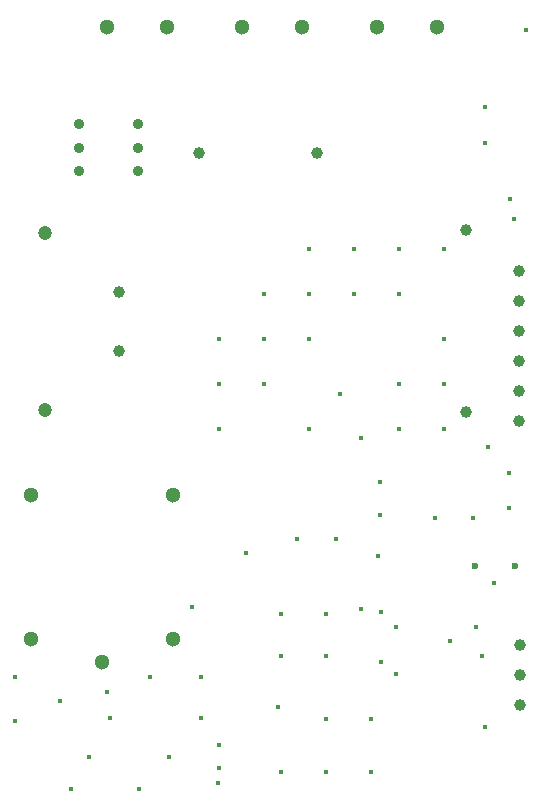
<source format=gbr>
%TF.GenerationSoftware,KiCad,Pcbnew,7.0.8*%
%TF.CreationDate,2025-03-27T12:51:54-03:00*%
%TF.ProjectId,on_off_module_x1,6f6e5f6f-6666-45f6-9d6f-64756c655f78,2.0*%
%TF.SameCoordinates,Original*%
%TF.FileFunction,Plated,1,2,PTH,Drill*%
%TF.FilePolarity,Positive*%
%FSLAX46Y46*%
G04 Gerber Fmt 4.6, Leading zero omitted, Abs format (unit mm)*
G04 Created by KiCad (PCBNEW 7.0.8) date 2025-03-27 12:51:54*
%MOMM*%
%LPD*%
G01*
G04 APERTURE LIST*
%TA.AperFunction,ViaDrill*%
%ADD10C,0.400000*%
%TD*%
%TA.AperFunction,ComponentDrill*%
%ADD11C,0.600000*%
%TD*%
%TA.AperFunction,ComponentDrill*%
%ADD12C,0.900000*%
%TD*%
%TA.AperFunction,ComponentDrill*%
%ADD13C,1.000000*%
%TD*%
%TA.AperFunction,ComponentDrill*%
%ADD14C,1.200000*%
%TD*%
%TA.AperFunction,ComponentDrill*%
%ADD15C,1.300000*%
%TD*%
G04 APERTURE END LIST*
D10*
X126783000Y-127785001D03*
X126783000Y-131535001D03*
X130533000Y-129785001D03*
X131533000Y-137285001D03*
X133033000Y-134535001D03*
X134533000Y-129035001D03*
X134783000Y-131285001D03*
X137283000Y-137285001D03*
X138211000Y-127785001D03*
X139783000Y-134535001D03*
X141783000Y-121868501D03*
X142533000Y-127785001D03*
X142533000Y-131285001D03*
X143926000Y-136765001D03*
X144033000Y-99165001D03*
X144033000Y-102975001D03*
X144033000Y-106785001D03*
X144053000Y-133518501D03*
X144053000Y-135518501D03*
X146283000Y-117285001D03*
X147843000Y-95355001D03*
X147843000Y-99165001D03*
X147843000Y-102975001D03*
X149033000Y-130285001D03*
X149283000Y-122450001D03*
X149283000Y-126035001D03*
X149283000Y-135785001D03*
X150657000Y-116092002D03*
X151653000Y-91545001D03*
X151653000Y-95355001D03*
X151653000Y-99165001D03*
X151653000Y-106785001D03*
X153093000Y-122450001D03*
X153093000Y-126035001D03*
X153093000Y-131340001D03*
X153093000Y-135785001D03*
X153959000Y-116092001D03*
X154283000Y-103785001D03*
X155463000Y-91545001D03*
X155463000Y-95355001D03*
X156033000Y-107535001D03*
X156033000Y-122035001D03*
X156903000Y-131340001D03*
X156903000Y-135785001D03*
X157533000Y-117535001D03*
X157642001Y-111292001D03*
X157642001Y-114046001D03*
X157783000Y-122285001D03*
X157783000Y-126535001D03*
X159039000Y-123518501D03*
X159039000Y-127494001D03*
X159273000Y-91545001D03*
X159273000Y-95355001D03*
X159273000Y-102975001D03*
X159273000Y-106785001D03*
X162283000Y-114285001D03*
X163083000Y-91545001D03*
X163083000Y-99165001D03*
X163083000Y-102975001D03*
X163083000Y-106785001D03*
X163611000Y-124700001D03*
X165533000Y-114285001D03*
X165770000Y-123518501D03*
X166283000Y-126035001D03*
X166533000Y-79535001D03*
X166533000Y-82535001D03*
X166533000Y-132035001D03*
X166783000Y-108285001D03*
X167283000Y-119785001D03*
X168588998Y-110486800D03*
X168588999Y-113484001D03*
X168691000Y-87285001D03*
X169033000Y-89035001D03*
X170033000Y-73035001D03*
D11*
%TO.C,R8*%
X165721000Y-118350001D03*
X169121000Y-118350001D03*
D12*
%TO.C,SW1*%
X132155000Y-80975001D03*
X132155000Y-82975001D03*
X132155000Y-84975001D03*
X137155000Y-80975001D03*
X137155000Y-82975001D03*
X137155000Y-84975001D03*
D13*
%TO.C,PS1*%
X135586500Y-95149001D03*
X135586500Y-100149001D03*
%TO.C,C6*%
X142368000Y-83425001D03*
X152368000Y-83425001D03*
%TO.C,PS1*%
X164986500Y-89949001D03*
X164986500Y-105349001D03*
%TO.C,J4*%
X169453000Y-93399001D03*
X169453000Y-95939001D03*
X169453000Y-98479001D03*
X169453000Y-101019001D03*
X169453000Y-103559001D03*
X169453000Y-106099001D03*
%TO.C,J5*%
X169478000Y-125081001D03*
X169478000Y-127621001D03*
X169478000Y-130161001D03*
D14*
%TO.C,C1*%
X129321000Y-90149001D03*
X129321000Y-105149001D03*
D15*
%TO.C,K1*%
X128147000Y-112327001D03*
X128147000Y-124527001D03*
X134147000Y-126527001D03*
%TO.C,J1*%
X134580500Y-72757001D03*
X139660500Y-72757001D03*
%TO.C,K1*%
X140147000Y-112327001D03*
X140147000Y-124527001D03*
%TO.C,J2*%
X145998000Y-72757001D03*
X151078000Y-72757001D03*
%TO.C,J3*%
X157415500Y-72757001D03*
X162495500Y-72757001D03*
M02*

</source>
